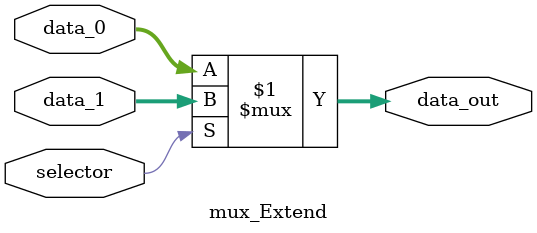
<source format=v>
module mux_Extend(

    input  wire        selector,
    input  wire [15:0] data_0, //load size [15..0]
    input  wire [15:0] data_1, //instruction [15..0]
    output wire [15:0] data_out

);

assign data_out = (selector) ? data_1 : data_0;

endmodule
</source>
